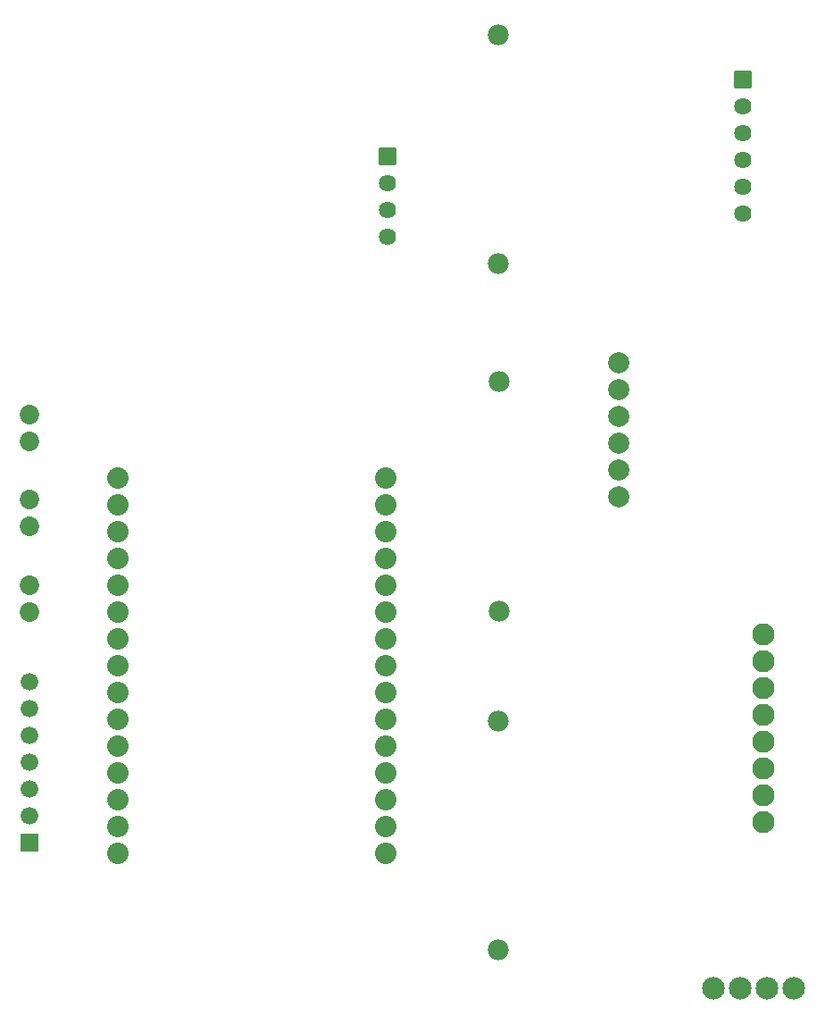
<source format=gbs>
G04 Layer: BottomSolderMaskLayer*
G04 EasyEDA v6.5.23, 2023-06-28 09:07:18*
G04 df611495b25e4bdeb4d342b309801e4c,9d485ff6e355438eacffb324f9111ecc,10*
G04 Gerber Generator version 0.2*
G04 Scale: 100 percent, Rotated: No, Reflected: No *
G04 Dimensions in millimeters *
G04 leading zeros omitted , absolute positions ,4 integer and 5 decimal *
%FSLAX45Y45*%
%MOMM*%

%AMMACRO1*1,1,$1,$2,$3*1,1,$1,$4,$5*1,1,$1,0-$2,0-$3*1,1,$1,0-$4,0-$5*20,1,$1,$2,$3,$4,$5,0*20,1,$1,$4,$5,0-$2,0-$3,0*20,1,$1,0-$2,0-$3,0-$4,0-$5,0*20,1,$1,0-$4,0-$5,$2,$3,0*4,1,4,$2,$3,$4,$5,0-$2,0-$3,0-$4,0-$5,$2,$3,0*%
%ADD10C,2.1016*%
%ADD11R,1.6764X1.6764*%
%ADD12C,1.6764*%
%ADD13C,2.0320*%
%ADD14C,1.6256*%
%ADD15MACRO1,0.1016X0.762X0.762X0.762X-0.762*%
%ADD16C,2.0032*%
%ADD17C,1.8532*%
%ADD18C,1.9812*%
%ADD19C,2.1360*%

%LPD*%
D10*
G01*
X-1295400Y1574800D03*
G01*
X-1295400Y1828800D03*
G01*
X-1295400Y2082800D03*
G01*
X-1295400Y2336800D03*
G01*
X-1295400Y2590800D03*
G01*
X-1295400Y2844800D03*
G01*
X-1295400Y3098800D03*
G01*
X-1295400Y3352800D03*
D11*
G01*
X-8255000Y1384300D03*
D12*
G01*
X-8255000Y1638300D03*
G01*
X-8255000Y1892300D03*
G01*
X-8255000Y2146300D03*
G01*
X-8255000Y2400300D03*
G01*
X-8255000Y2654300D03*
G01*
X-8255000Y2908300D03*
D13*
G01*
X-4876800Y1282700D03*
G01*
X-4876800Y1536700D03*
G01*
X-4876800Y1790700D03*
G01*
X-4876800Y2044700D03*
G01*
X-4876800Y2298700D03*
G01*
X-4876800Y2552700D03*
G01*
X-4876800Y2806700D03*
G01*
X-4876800Y3060700D03*
G01*
X-4876800Y3314700D03*
G01*
X-4876800Y3568700D03*
G01*
X-4876800Y3822700D03*
G01*
X-4876800Y4076700D03*
G01*
X-4876800Y4330700D03*
G01*
X-4876800Y4584700D03*
G01*
X-4876800Y4838700D03*
G01*
X-7416800Y1282700D03*
G01*
X-7416800Y1536700D03*
G01*
X-7416800Y1790700D03*
G01*
X-7416800Y2044700D03*
G01*
X-7416800Y2298700D03*
G01*
X-7416800Y2552700D03*
G01*
X-7416800Y2806700D03*
G01*
X-7416800Y3060700D03*
G01*
X-7416800Y3314700D03*
G01*
X-7416800Y3568700D03*
G01*
X-7416800Y3822700D03*
G01*
X-7416800Y4076700D03*
G01*
X-7416800Y4330700D03*
G01*
X-7416800Y4584700D03*
G01*
X-7416800Y4838700D03*
D14*
G01*
X-1485900Y7340600D03*
G01*
X-1485900Y7594600D03*
G01*
X-1485900Y7848600D03*
G01*
X-1485900Y8102600D03*
G01*
X-1485900Y8356600D03*
D15*
G01*
X-1485900Y8610600D03*
D16*
G01*
X-2667000Y5930900D03*
G01*
X-2667000Y5676900D03*
G01*
X-2667000Y5422900D03*
G01*
X-2667000Y5168900D03*
G01*
X-2667000Y4914900D03*
G01*
X-2667000Y4660900D03*
D17*
G01*
X-8255000Y5181600D03*
G01*
X-8255000Y5435600D03*
G01*
X-8255000Y4381500D03*
G01*
X-8255000Y4635500D03*
G01*
X-8255000Y3568700D03*
G01*
X-8255000Y3822700D03*
D18*
G01*
X-3810000Y6865188D03*
G01*
X-3810000Y9035186D03*
G01*
X-3797300Y3575888D03*
G01*
X-3797300Y5745886D03*
G01*
X-3810000Y362788D03*
G01*
X-3810000Y2532786D03*
D19*
G01*
X-1765300Y0D03*
G01*
X-1511300Y0D03*
G01*
X-1257300Y0D03*
G01*
X-1003300Y0D03*
D15*
G01*
X-4856810Y7886700D03*
D14*
G01*
X-4856734Y7632700D03*
G01*
X-4856734Y7378700D03*
G01*
X-4856734Y7124700D03*
M02*

</source>
